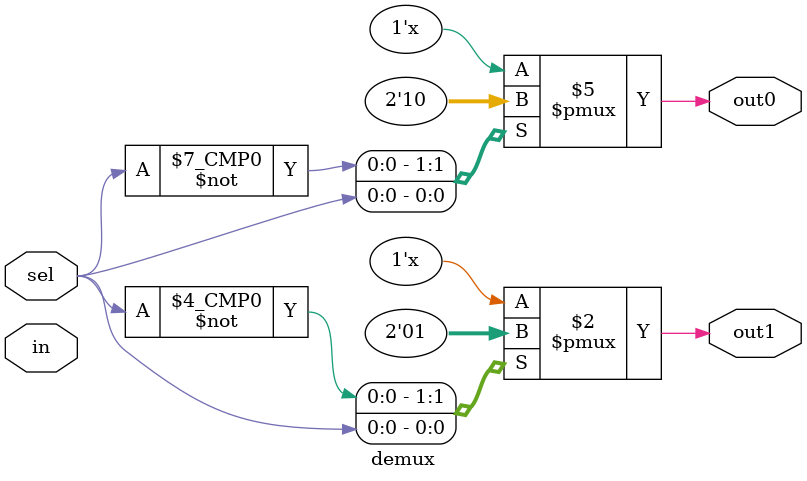
<source format=v>
module demux
(
    input wire sel,
    input wire [7:0]in,
    output reg out0,
    output reg out1
);

always@(*)
begin
    case(sel)
        0:
            begin
                out0=1;
                out1=0;
            end
        1: 
            begin
                out1=1;
                out0=0;
            end
     endcase
end
endmodule
</source>
